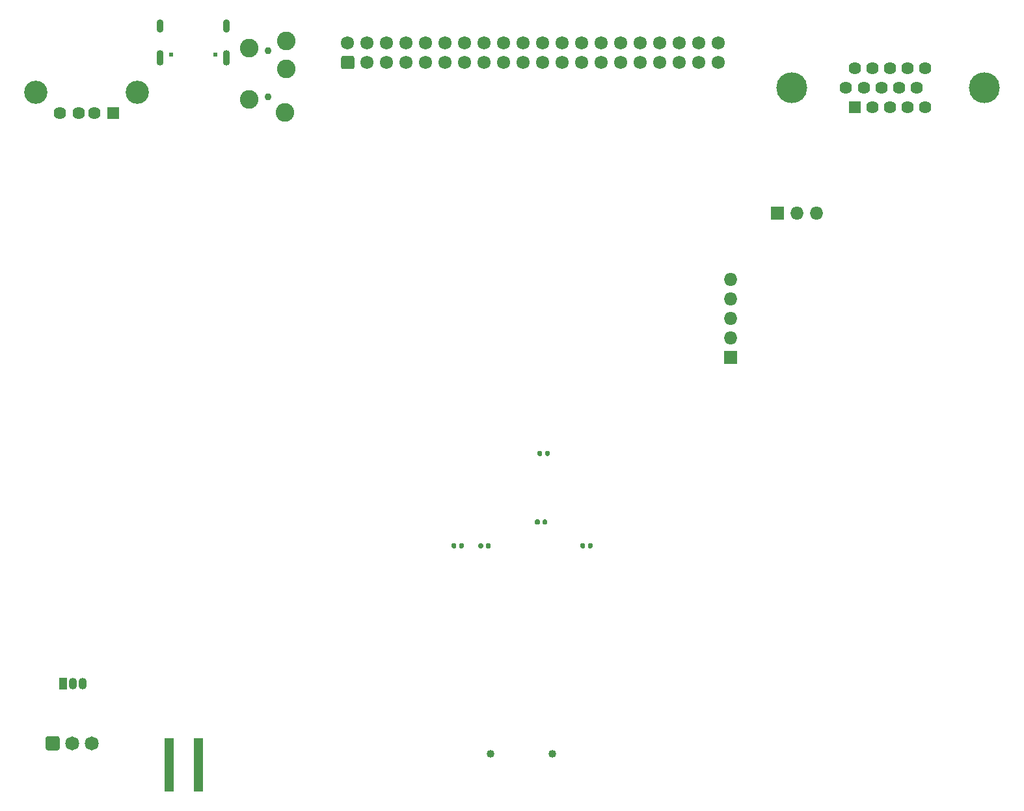
<source format=gbs>
%TF.GenerationSoftware,KiCad,Pcbnew,5.1.6*%
%TF.CreationDate,2020-08-11T14:57:00+02:00*%
%TF.ProjectId,CMM2-JLC,434d4d32-2d4a-44c4-932e-6b696361645f,C*%
%TF.SameCoordinates,Original*%
%TF.FileFunction,Soldermask,Bot*%
%TF.FilePolarity,Negative*%
%FSLAX46Y46*%
G04 Gerber Fmt 4.6, Leading zero omitted, Abs format (unit mm)*
G04 Created by KiCad (PCBNEW 5.1.6) date 2020-08-11 14:57:00*
%MOMM*%
%LPD*%
G01*
G04 APERTURE LIST*
%ADD10C,1.620000*%
%ADD11C,4.020000*%
%ADD12R,1.620000X1.620000*%
%ADD13C,0.620000*%
%ADD14O,0.920000X1.720000*%
%ADD15O,0.920000X2.020000*%
%ADD16C,1.720000*%
%ADD17C,1.820000*%
%ADD18R,1.070000X1.520000*%
%ADD19O,1.070000X1.520000*%
%ADD20O,1.720000X1.720000*%
%ADD21R,1.720000X1.720000*%
%ADD22C,1.020000*%
%ADD23R,1.620000X1.520000*%
%ADD24C,3.020000*%
%ADD25C,2.420000*%
%ADD26C,0.920000*%
%ADD27R,1.290000X7.020000*%
G04 APERTURE END LIST*
D10*
%TO.C,J2*%
X132435000Y-30210000D03*
X133580000Y-27670000D03*
X135870000Y-27670000D03*
X138160000Y-27670000D03*
X134725000Y-30210000D03*
D11*
X145815000Y-30210000D03*
X120815000Y-30210000D03*
D10*
X137015000Y-30210000D03*
X129000000Y-27670000D03*
X131290000Y-27670000D03*
X135870000Y-32750000D03*
X133580000Y-32750000D03*
X131290000Y-32750000D03*
X130145000Y-30210000D03*
D12*
X129000000Y-32750000D03*
D10*
X127855000Y-30210000D03*
X138160000Y-32750000D03*
%TD*%
D13*
%TO.C,J4*%
X45790000Y-25850000D03*
X40010000Y-25850000D03*
D14*
X38580000Y-22160000D03*
X47220000Y-22160000D03*
D15*
X38580000Y-26330000D03*
X47220000Y-26330000D03*
%TD*%
D16*
%TO.C,J3*%
X111260000Y-24360000D03*
X108720000Y-24360000D03*
X106180000Y-24360000D03*
X103640000Y-24360000D03*
X101100000Y-24360000D03*
X98560000Y-24360000D03*
X96020000Y-24360000D03*
X93480000Y-24360000D03*
X90940000Y-24360000D03*
X88400000Y-24360000D03*
X85860000Y-24360000D03*
X83320000Y-24360000D03*
X80780000Y-24360000D03*
X78240000Y-24360000D03*
X75700000Y-24360000D03*
X73160000Y-24360000D03*
X70620000Y-24360000D03*
X68080000Y-24360000D03*
X65540000Y-24360000D03*
X63000000Y-24360000D03*
X111260000Y-26900000D03*
X108720000Y-26900000D03*
X106180000Y-26900000D03*
X103640000Y-26900000D03*
X101100000Y-26900000D03*
X98560000Y-26900000D03*
X96020000Y-26900000D03*
X93480000Y-26900000D03*
X90940000Y-26900000D03*
X88400000Y-26900000D03*
X85860000Y-26900000D03*
X83320000Y-26900000D03*
X80780000Y-26900000D03*
X78240000Y-26900000D03*
X75700000Y-26900000D03*
X73160000Y-26900000D03*
X70620000Y-26900000D03*
X68080000Y-26900000D03*
X65540000Y-26900000D03*
G36*
G01*
X63607059Y-27760000D02*
X62392941Y-27760000D01*
G75*
G02*
X62140000Y-27507059I0J252941D01*
G01*
X62140000Y-26292941D01*
G75*
G02*
X62392941Y-26040000I252941J0D01*
G01*
X63607059Y-26040000D01*
G75*
G02*
X63860000Y-26292941I0J-252941D01*
G01*
X63860000Y-27507059D01*
G75*
G02*
X63607059Y-27760000I-252941J0D01*
G01*
G37*
%TD*%
%TO.C,C31*%
G36*
G01*
X88316000Y-77648100D02*
X88316000Y-78003100D01*
G75*
G02*
X88163500Y-78155600I-152500J0D01*
G01*
X87858500Y-78155600D01*
G75*
G02*
X87706000Y-78003100I0J152500D01*
G01*
X87706000Y-77648100D01*
G75*
G02*
X87858500Y-77495600I152500J0D01*
G01*
X88163500Y-77495600D01*
G75*
G02*
X88316000Y-77648100I0J-152500D01*
G01*
G37*
G36*
G01*
X89286000Y-77648100D02*
X89286000Y-78003100D01*
G75*
G02*
X89133500Y-78155600I-152500J0D01*
G01*
X88828500Y-78155600D01*
G75*
G02*
X88676000Y-78003100I0J152500D01*
G01*
X88676000Y-77648100D01*
G75*
G02*
X88828500Y-77495600I152500J0D01*
G01*
X89133500Y-77495600D01*
G75*
G02*
X89286000Y-77648100I0J-152500D01*
G01*
G37*
%TD*%
D17*
%TO.C,U7*%
X29680000Y-115600000D03*
X27140000Y-115600000D03*
G36*
G01*
X23690000Y-116258840D02*
X23690000Y-114941160D01*
G75*
G02*
X23941160Y-114690000I251160J0D01*
G01*
X25258840Y-114690000D01*
G75*
G02*
X25510000Y-114941160I0J-251160D01*
G01*
X25510000Y-116258840D01*
G75*
G02*
X25258840Y-116510000I-251160J0D01*
G01*
X23941160Y-116510000D01*
G75*
G02*
X23690000Y-116258840I0J251160D01*
G01*
G37*
%TD*%
D18*
%TO.C,U5*%
X25930000Y-107800000D03*
D19*
X28470000Y-107800000D03*
X27200000Y-107800000D03*
%TD*%
D20*
%TO.C,J9*%
X124030000Y-46500000D03*
X121490000Y-46500000D03*
D21*
X118950000Y-46500000D03*
%TD*%
D22*
%TO.C,J8*%
X81600000Y-117000000D03*
X89600000Y-117000000D03*
%TD*%
D20*
%TO.C,J7*%
X112800000Y-55190000D03*
X112800000Y-57730000D03*
X112800000Y-60270000D03*
X112800000Y-62810000D03*
D21*
X112800000Y-65350000D03*
%TD*%
D10*
%TO.C,J6*%
X25500000Y-33500000D03*
X28000000Y-33500000D03*
X30000000Y-33500000D03*
D23*
X32500000Y-33500000D03*
D24*
X22430000Y-30790000D03*
X35570000Y-30790000D03*
%TD*%
D25*
%TO.C,J5*%
X55020000Y-24100000D03*
X50180000Y-25000000D03*
X55020000Y-27700000D03*
X54820000Y-33400000D03*
X50180000Y-31700000D03*
D26*
X52600000Y-25400000D03*
X52600000Y-31400000D03*
%TD*%
%TO.C,C23*%
G36*
G01*
X77497600Y-90030000D02*
X77497600Y-89675000D01*
G75*
G02*
X77650100Y-89522500I152500J0D01*
G01*
X77955100Y-89522500D01*
G75*
G02*
X78107600Y-89675000I0J-152500D01*
G01*
X78107600Y-90030000D01*
G75*
G02*
X77955100Y-90182500I-152500J0D01*
G01*
X77650100Y-90182500D01*
G75*
G02*
X77497600Y-90030000I0J152500D01*
G01*
G37*
G36*
G01*
X76527600Y-90030000D02*
X76527600Y-89675000D01*
G75*
G02*
X76680100Y-89522500I152500J0D01*
G01*
X76985100Y-89522500D01*
G75*
G02*
X77137600Y-89675000I0J-152500D01*
G01*
X77137600Y-90030000D01*
G75*
G02*
X76985100Y-90182500I-152500J0D01*
G01*
X76680100Y-90182500D01*
G75*
G02*
X76527600Y-90030000I0J152500D01*
G01*
G37*
%TD*%
%TO.C,C22*%
G36*
G01*
X80617400Y-89713100D02*
X80617400Y-90068100D01*
G75*
G02*
X80464900Y-90220600I-152500J0D01*
G01*
X80159900Y-90220600D01*
G75*
G02*
X80007400Y-90068100I0J152500D01*
G01*
X80007400Y-89713100D01*
G75*
G02*
X80159900Y-89560600I152500J0D01*
G01*
X80464900Y-89560600D01*
G75*
G02*
X80617400Y-89713100I0J-152500D01*
G01*
G37*
G36*
G01*
X81587400Y-89713100D02*
X81587400Y-90068100D01*
G75*
G02*
X81434900Y-90220600I-152500J0D01*
G01*
X81129900Y-90220600D01*
G75*
G02*
X80977400Y-90068100I0J152500D01*
G01*
X80977400Y-89713100D01*
G75*
G02*
X81129900Y-89560600I152500J0D01*
G01*
X81434900Y-89560600D01*
G75*
G02*
X81587400Y-89713100I0J-152500D01*
G01*
G37*
%TD*%
%TO.C,C5*%
G36*
G01*
X87985800Y-86601600D02*
X87985800Y-86956600D01*
G75*
G02*
X87833300Y-87109100I-152500J0D01*
G01*
X87528300Y-87109100D01*
G75*
G02*
X87375800Y-86956600I0J152500D01*
G01*
X87375800Y-86601600D01*
G75*
G02*
X87528300Y-86449100I152500J0D01*
G01*
X87833300Y-86449100D01*
G75*
G02*
X87985800Y-86601600I0J-152500D01*
G01*
G37*
G36*
G01*
X88955800Y-86601600D02*
X88955800Y-86956600D01*
G75*
G02*
X88803300Y-87109100I-152500J0D01*
G01*
X88498300Y-87109100D01*
G75*
G02*
X88345800Y-86956600I0J152500D01*
G01*
X88345800Y-86601600D01*
G75*
G02*
X88498300Y-86449100I152500J0D01*
G01*
X88803300Y-86449100D01*
G75*
G02*
X88955800Y-86601600I0J-152500D01*
G01*
G37*
%TD*%
%TO.C,C4*%
G36*
G01*
X93888900Y-89675000D02*
X93888900Y-90030000D01*
G75*
G02*
X93736400Y-90182500I-152500J0D01*
G01*
X93431400Y-90182500D01*
G75*
G02*
X93278900Y-90030000I0J152500D01*
G01*
X93278900Y-89675000D01*
G75*
G02*
X93431400Y-89522500I152500J0D01*
G01*
X93736400Y-89522500D01*
G75*
G02*
X93888900Y-89675000I0J-152500D01*
G01*
G37*
G36*
G01*
X94858900Y-89675000D02*
X94858900Y-90030000D01*
G75*
G02*
X94706400Y-90182500I-152500J0D01*
G01*
X94401400Y-90182500D01*
G75*
G02*
X94248900Y-90030000I0J152500D01*
G01*
X94248900Y-89675000D01*
G75*
G02*
X94401400Y-89522500I152500J0D01*
G01*
X94706400Y-89522500D01*
G75*
G02*
X94858900Y-89675000I0J-152500D01*
G01*
G37*
%TD*%
D27*
%TO.C,J1*%
X43600000Y-118400000D03*
X39800000Y-118400000D03*
%TD*%
M02*

</source>
